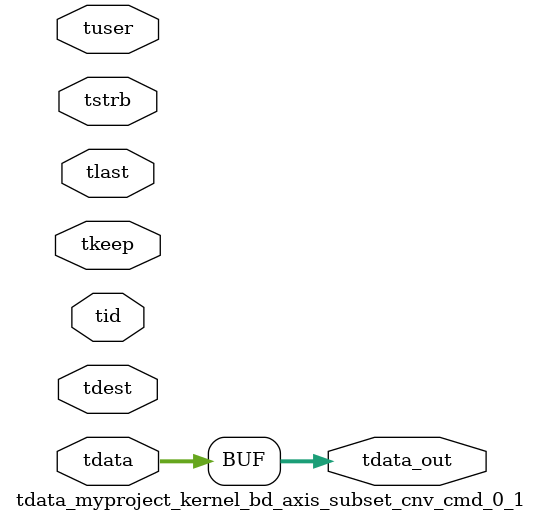
<source format=v>


`timescale 1ps/1ps

module tdata_myproject_kernel_bd_axis_subset_cnv_cmd_0_1 #
(
parameter C_S_AXIS_TDATA_WIDTH = 32,
parameter C_S_AXIS_TUSER_WIDTH = 0,
parameter C_S_AXIS_TID_WIDTH   = 0,
parameter C_S_AXIS_TDEST_WIDTH = 0,
parameter C_M_AXIS_TDATA_WIDTH = 32
)
(
input  [(C_S_AXIS_TDATA_WIDTH == 0 ? 1 : C_S_AXIS_TDATA_WIDTH)-1:0     ] tdata,
input  [(C_S_AXIS_TUSER_WIDTH == 0 ? 1 : C_S_AXIS_TUSER_WIDTH)-1:0     ] tuser,
input  [(C_S_AXIS_TID_WIDTH   == 0 ? 1 : C_S_AXIS_TID_WIDTH)-1:0       ] tid,
input  [(C_S_AXIS_TDEST_WIDTH == 0 ? 1 : C_S_AXIS_TDEST_WIDTH)-1:0     ] tdest,
input  [(C_S_AXIS_TDATA_WIDTH/8)-1:0 ] tkeep,
input  [(C_S_AXIS_TDATA_WIDTH/8)-1:0 ] tstrb,
input                                                                    tlast,
output [C_M_AXIS_TDATA_WIDTH-1:0] tdata_out
);

assign tdata_out = {tdata[103:0]};

endmodule


</source>
